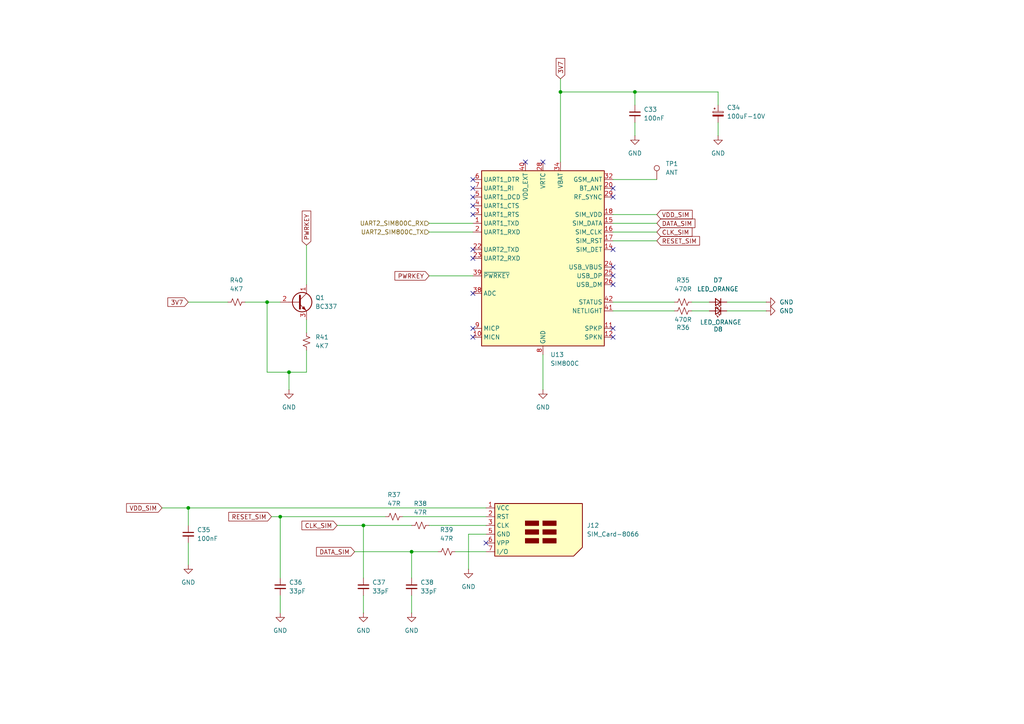
<source format=kicad_sch>
(kicad_sch (version 20250114) (generator "eeschema") (generator_version "9.0")
  (paper "A4")
  (lib_symbols
    (symbol "Connector:SIM_Card"
      (property "Reference" "J" (at -2.54 12.7 0))
      (property "Value" "SIM_Card" (at -1.27 10.16 0))
      (symbol "SIM_Card_0_1"
        (polyline (pts (xy -10.16 8.89) (xy 15.24 8.89) (xy 15.24 -3.81) (xy 12.7 -6.35) (xy -10.16 -6.35) (xy -10.16 8.89)) (stroke (width 0.254)) (fill (type background)))
        (rectangle (start -1.27 2.54) (end 2.54 3.81) (stroke (width 0.254)) (fill (type outline)))
        (rectangle (start -1.27 0) (end 2.54 1.27) (stroke (width 0.254)) (fill (type outline)))
        (rectangle (start -1.27 -2.54) (end 2.54 -1.27) (stroke (width 0.254)) (fill (type outline)))
        (rectangle (start 3.81 2.54) (end 7.62 3.81) (stroke (width 0.254)) (fill (type outline)))
        (rectangle (start 3.81 0) (end 7.62 1.27) (stroke (width 0.254)) (fill (type outline)))
        (rectangle (start 3.81 -1.27) (end 7.62 -2.54) (stroke (width 0.254)) (fill (type outline)))
      )
      (symbol "SIM_Card_1_1"
        (pin power_in line (at -12.7 7.62 0) (length 2.54) (name "VCC") (number "1"))
        (pin input line (at -12.7 5.08 0) (length 2.54) (name "RST") (number "2"))
        (pin input line (at -12.7 2.54 0) (length 2.54) (name "CLK") (number "3"))
        (pin power_in line (at -12.7 0 0) (length 2.54) (name "GND") (number "5"))
        (pin input line (at -12.7 -2.54 0) (length 2.54) (name "VPP") (number "6"))
        (pin bidirectional line (at -12.7 -5.08 0) (length 2.54) (name "I/O") (number "7"))
      )
    )
    (symbol "Connector:TestPoint" (pin_numbers (hide yes)) (pin_names (offset 0.762) (hide yes))
      (property "Reference" "TP" (at 0 6.858 0))
      (property "Value" "TestPoint" (at 0 5.08 0))
      (symbol "TestPoint_0_1"
        (circle (center 0 3.302) (radius 0.762))
      )
      (symbol "TestPoint_1_1"
        (pin passive line (at 0 0 90) (length 2.54) (name "1") (number "1"))
      )
    )
    (symbol "Device:C_Polarized_Small" (pin_numbers (hide yes)) (pin_names (offset 0.254) (hide yes))
      (property "Reference" "C" (at 0.254 1.778 0))
      (property "Value" "C_Polarized_Small" (at 0.254 -2.032 0))
      (symbol "C_Polarized_Small_0_1"
        (rectangle (start -1.524 0.6858) (end 1.524 0.3048))
        (rectangle (start -1.524 -0.3048) (end 1.524 -0.6858) (fill (type outline)))
        (polyline (pts (xy -1.27 1.524) (xy -0.762 1.524)))
        (polyline (pts (xy -1.016 1.27) (xy -1.016 1.778)))
      )
      (symbol "C_Polarized_Small_1_1"
        (pin passive line (at 0 2.54 270) (length 1.8542) (name "~") (number "1"))
        (pin passive line (at 0 -2.54 90) (length 1.8542) (name "~") (number "2"))
      )
    )
    (symbol "Device:C_Small" (pin_numbers (hide yes)) (pin_names (offset 0.254) (hide yes))
      (property "Reference" "C" (at 0.254 1.778 0))
      (property "Value" "C_Small" (at 0.254 -2.032 0))
      (symbol "C_Small_0_1"
        (polyline (pts (xy -1.524 0.508) (xy 1.524 0.508)) (stroke (width 0.3048)))
        (polyline (pts (xy -1.524 -0.508) (xy 1.524 -0.508)) (stroke (width 0.3302)))
      )
      (symbol "C_Small_1_1"
        (pin passive line (at 0 2.54 270) (length 2.032) (name "~") (number "1"))
        (pin passive line (at 0 -2.54 90) (length 2.032) (name "~") (number "2"))
      )
    )
    (symbol "Device:LED_Small" (pin_numbers (hide yes)) (pin_names (offset 0.254) (hide yes))
      (property "Reference" "D" (at -1.27 3.175 0))
      (property "Value" "LED_Small" (at -4.445 -2.54 0))
      (symbol "LED_Small_0_1"
        (polyline (pts (xy -0.762 -1.016) (xy -0.762 1.016)) (stroke (width 0.254)))
        (polyline (pts (xy 0 0.762) (xy -0.508 1.27) (xy -0.254 1.27) (xy -0.508 1.27) (xy -0.508 1.016)))
        (polyline (pts (xy 0.508 1.27) (xy 0 1.778) (xy 0.254 1.778) (xy 0 1.778) (xy 0 1.524)))
        (polyline (pts (xy 0.762 -1.016) (xy -0.762 0) (xy 0.762 1.016) (xy 0.762 -1.016)) (stroke (width 0.254)))
        (polyline (pts (xy 1.016 0) (xy -0.762 0)))
      )
      (symbol "LED_Small_1_1"
        (pin passive line (at -2.54 0 0) (length 1.778) (name "K") (number "1"))
        (pin passive line (at 2.54 0 180) (length 1.778) (name "A") (number "2"))
      )
    )
    (symbol "Device:R_Small_US" (pin_numbers (hide yes)) (pin_names (offset 0.254) (hide yes))
      (property "Reference" "R" (at 0.762 0.508 0))
      (property "Value" "R_Small_US" (at 0.762 -1.016 0))
      (symbol "R_Small_US_1_1"
        (polyline (pts (xy 0 1.524) (xy 1.016 1.143) (xy 0 0.762) (xy -1.016 0.381) (xy 0 0)))
        (polyline (pts (xy 0 0) (xy 1.016 -0.381) (xy 0 -0.762) (xy -1.016 -1.143) (xy 0 -1.524)))
        (pin passive line (at 0 2.54 270) (length 1.016) (name "~") (number "1"))
        (pin passive line (at 0 -2.54 90) (length 1.016) (name "~") (number "2"))
      )
    )
    (symbol "RF_GSM:SIM800C"
      (property "Reference" "U" (at -15.24 26.67 0))
      (property "Value" "SIM800C" (at 12.7 26.67 0))
      (symbol "SIM800C_0_1"
        (rectangle (start -17.78 25.4) (end 17.78 -25.4) (stroke (width 0.254)) (fill (type background)))
      )
      (symbol "SIM800C_1_1"
        (pin input line (at -20.32 22.86 0) (length 2.54) (name "UART1_DTR") (number "6"))
        (pin output line (at -20.32 20.32 0) (length 2.54) (name "UART1_RI") (number "7"))
        (pin output line (at -20.32 17.78 0) (length 2.54) (name "UART1_DCD") (number "5"))
        (pin output line (at -20.32 15.24 0) (length 2.54) (name "UART1_CTS") (number "4"))
        (pin input line (at -20.32 12.7 0) (length 2.54) (name "UART1_RTS") (number "3"))
        (pin output line (at -20.32 10.16 0) (length 2.54) (name "UART1_TXD") (number "1"))
        (pin input line (at -20.32 7.62 0) (length 2.54) (name "UART1_RXD") (number "2"))
        (pin output line (at -20.32 2.54 0) (length 2.54) (name "UART2_TXD") (number "22"))
        (pin input line (at -20.32 0 0) (length 2.54) (name "UART2_RXD") (number "23"))
        (pin input line (at -20.32 -5.08 0) (length 2.54) (name "~{PWRKEY}") (number "39"))
        (pin input line (at -20.32 -10.16 0) (length 2.54) (name "ADC") (number "38"))
        (pin input line (at -20.32 -20.32 0) (length 2.54) (name "MICP") (number "9"))
        (pin input line (at -20.32 -22.86 0) (length 2.54) (name "MICN") (number "10"))
        (pin power_out line (at -5.08 27.94 270) (length 2.54) (name "VDD_EXT") (number "40"))
        (pin power_in line (at 0 27.94 270) (length 2.54) (name "VRTC") (number "28"))
        (pin passive line (at 0 -27.94 90) (length 2.54) (hide yes) (name "GND") (number "13"))
        (pin passive line (at 0 -27.94 90) (length 2.54) (hide yes) (name "GND") (number "19"))
        (pin passive line (at 0 -27.94 90) (length 2.54) (hide yes) (name "GND") (number "21"))
        (pin passive line (at 0 -27.94 90) (length 2.54) (hide yes) (name "GND") (number "27"))
        (pin passive line (at 0 -27.94 90) (length 2.54) (hide yes) (name "GND") (number "30"))
        (pin passive line (at 0 -27.94 90) (length 2.54) (hide yes) (name "GND") (number "31"))
        (pin passive line (at 0 -27.94 90) (length 2.54) (hide yes) (name "GND") (number "33"))
        (pin passive line (at 0 -27.94 90) (length 2.54) (hide yes) (name "GND") (number "36"))
        (pin passive line (at 0 -27.94 90) (length 2.54) (hide yes) (name "GND") (number "37"))
        (pin power_in line (at 0 -27.94 90) (length 2.54) (name "GND") (number "8"))
        (pin power_in line (at 5.08 27.94 270) (length 2.54) (name "VBAT") (number "34"))
        (pin passive line (at 5.08 27.94 270) (length 2.54) (hide yes) (name "VBAT") (number "35"))
        (pin passive line (at 20.32 22.86 180) (length 2.54) (name "GSM_ANT") (number "32"))
        (pin passive line (at 20.32 20.32 180) (length 2.54) (name "BT_ANT") (number "20"))
        (pin output line (at 20.32 17.78 180) (length 2.54) (name "RF_SYNC") (number "29"))
        (pin power_out line (at 20.32 12.7 180) (length 2.54) (name "SIM_VDD") (number "18"))
        (pin bidirectional line (at 20.32 10.16 180) (length 2.54) (name "SIM_DATA") (number "15"))
        (pin output line (at 20.32 7.62 180) (length 2.54) (name "SIM_CLK") (number "16"))
        (pin output line (at 20.32 5.08 180) (length 2.54) (name "SIM_RST") (number "17"))
        (pin input line (at 20.32 2.54 180) (length 2.54) (name "SIM_DET") (number "14"))
        (pin input line (at 20.32 -2.54 180) (length 2.54) (name "USB_VBUS") (number "24"))
        (pin bidirectional line (at 20.32 -5.08 180) (length 2.54) (name "USB_DP") (number "25"))
        (pin bidirectional line (at 20.32 -7.62 180) (length 2.54) (name "USB_DM") (number "26"))
        (pin output line (at 20.32 -12.7 180) (length 2.54) (name "STATUS") (number "42"))
        (pin output line (at 20.32 -15.24 180) (length 2.54) (name "NETLIGHT") (number "41"))
        (pin output line (at 20.32 -20.32 180) (length 2.54) (name "SPKP") (number "11"))
        (pin output line (at 20.32 -22.86 180) (length 2.54) (name "SPKN") (number "12"))
      )
    )
    (symbol "Transistor_BJT:BC337" (pin_names (offset 0) (hide yes))
      (property "Reference" "Q" (at 5.08 1.905 0))
      (property "Value" "BC337" (at 5.08 0 0))
      (symbol "BC337_0_1"
        (polyline (pts (xy -2.54 0) (xy 0.635 0)))
        (polyline (pts (xy 0.635 1.905) (xy 0.635 -1.905)) (stroke (width 0.508)))
        (circle (center 1.27 0) (radius 2.8194) (stroke (width 0.254)))
      )
      (symbol "BC337_1_1"
        (polyline (pts (xy 0.635 0.635) (xy 2.54 2.54)))
        (polyline (pts (xy 0.635 -0.635) (xy 2.54 -2.54)))
        (polyline (pts (xy 1.27 -1.778) (xy 1.778 -1.27) (xy 2.286 -2.286) (xy 1.27 -1.778)) (fill (type outline)))
        (pin input line (at -5.08 0 0) (length 2.54) (name "B") (number "2"))
        (pin passive line (at 2.54 5.08 270) (length 2.54) (name "C") (number "1"))
        (pin passive line (at 2.54 -5.08 90) (length 2.54) (name "E") (number "3"))
      )
    )
    (symbol "power:GND" (power) (pin_numbers (hide yes)) (pin_names (offset 0) (hide yes))
      (property "Value" "GND" (at 0 -3.81 0))
      (symbol "GND_0_1"
        (polyline (pts (xy 0 0) (xy 0 -1.27) (xy 1.27 -1.27) (xy 0 -2.54) (xy -1.27 -1.27) (xy 0 -1.27)))
      )
      (symbol "GND_1_1"
        (pin power_in line (at 0 0 270) (length 0) (name "~") (number "1"))
      )
    )
  )
  (junction (at 54.61 147.32))
  (junction (at 105.41 152.4))
  (junction (at 162.56 26.67))
  (junction (at 184.15 26.67))
  (junction (at 119.38 160.02))
  (junction (at 77.47 87.63))
  (junction (at 81.28 149.86))
  (junction (at 83.82 107.95))
  (no_connect (at 177.8 54.61))
  (no_connect (at 140.97 157.48))
  (no_connect (at 137.16 57.15))
  (no_connect (at 137.16 74.93))
  (no_connect (at 177.8 97.79))
  (no_connect (at 177.8 77.47))
  (no_connect (at 152.4 46.99))
  (no_connect (at 177.8 82.55))
  (no_connect (at 157.48 46.99))
  (no_connect (at 137.16 52.07))
  (no_connect (at 177.8 72.39))
  (no_connect (at 137.16 72.39))
  (no_connect (at 137.16 59.69))
  (no_connect (at 137.16 95.25))
  (no_connect (at 177.8 57.15))
  (no_connect (at 177.8 95.25))
  (no_connect (at 137.16 62.23))
  (no_connect (at 137.16 85.09))
  (no_connect (at 137.16 54.61))
  (no_connect (at 177.8 80.01))
  (no_connect (at 137.16 97.79))
  (wire (pts (xy 135.89 154.94) (xy 135.89 165.1)))
  (wire (pts (xy 78.74 149.86) (xy 81.28 149.86)))
  (wire (pts (xy 162.56 22.86) (xy 162.56 26.67)))
  (wire (pts (xy 105.41 152.4) (xy 105.41 167.64)))
  (wire (pts (xy 210.82 87.63) (xy 222.25 87.63)))
  (wire (pts (xy 119.38 160.02) (xy 127 160.02)))
  (wire (pts (xy 184.15 26.67) (xy 208.28 26.67)))
  (wire (pts (xy 102.87 160.02) (xy 119.38 160.02)))
  (wire (pts (xy 81.28 172.72) (xy 81.28 177.8)))
  (wire (pts (xy 162.56 26.67) (xy 162.56 46.99)))
  (wire (pts (xy 200.66 87.63) (xy 205.74 87.63)))
  (wire (pts (xy 177.8 52.07) (xy 190.5 52.07)))
  (wire (pts (xy 210.82 90.17) (xy 222.25 90.17)))
  (wire (pts (xy 140.97 154.94) (xy 135.89 154.94)))
  (wire (pts (xy 177.8 69.85) (xy 190.5 69.85)))
  (wire (pts (xy 88.9 71.12) (xy 88.9 82.55)))
  (wire (pts (xy 162.56 26.67) (xy 184.15 26.67)))
  (wire (pts (xy 124.46 80.01) (xy 137.16 80.01)))
  (wire (pts (xy 77.47 87.63) (xy 77.47 107.95)))
  (wire (pts (xy 124.46 67.31) (xy 137.16 67.31)))
  (wire (pts (xy 119.38 172.72) (xy 119.38 177.8)))
  (wire (pts (xy 105.41 152.4) (xy 119.38 152.4)))
  (wire (pts (xy 157.48 102.87) (xy 157.48 113.03)))
  (wire (pts (xy 77.47 87.63) (xy 81.28 87.63)))
  (wire (pts (xy 97.79 152.4) (xy 105.41 152.4)))
  (wire (pts (xy 177.8 62.23) (xy 190.5 62.23)))
  (wire (pts (xy 54.61 147.32) (xy 140.97 147.32)))
  (wire (pts (xy 184.15 30.48) (xy 184.15 26.67)))
  (wire (pts (xy 54.61 157.48) (xy 54.61 163.83)))
  (wire (pts (xy 177.8 67.31) (xy 190.5 67.31)))
  (wire (pts (xy 200.66 90.17) (xy 205.74 90.17)))
  (wire (pts (xy 88.9 101.6) (xy 88.9 107.95)))
  (wire (pts (xy 208.28 26.67) (xy 208.28 30.48)))
  (wire (pts (xy 81.28 149.86) (xy 81.28 167.64)))
  (wire (pts (xy 54.61 87.63) (xy 66.04 87.63)))
  (wire (pts (xy 54.61 147.32) (xy 54.61 152.4)))
  (wire (pts (xy 177.8 90.17) (xy 195.58 90.17)))
  (wire (pts (xy 116.84 149.86) (xy 140.97 149.86)))
  (wire (pts (xy 132.08 160.02) (xy 140.97 160.02)))
  (wire (pts (xy 177.8 87.63) (xy 195.58 87.63)))
  (wire (pts (xy 177.8 64.77) (xy 190.5 64.77)))
  (wire (pts (xy 88.9 92.71) (xy 88.9 96.52)))
  (wire (pts (xy 71.12 87.63) (xy 77.47 87.63)))
  (wire (pts (xy 124.46 64.77) (xy 137.16 64.77)))
  (wire (pts (xy 83.82 107.95) (xy 83.82 113.03)))
  (wire (pts (xy 88.9 107.95) (xy 83.82 107.95)))
  (wire (pts (xy 46.99 147.32) (xy 54.61 147.32)))
  (wire (pts (xy 119.38 160.02) (xy 119.38 167.64)))
  (wire (pts (xy 124.46 152.4) (xy 140.97 152.4)))
  (wire (pts (xy 83.82 107.95) (xy 77.47 107.95)))
  (wire (pts (xy 105.41 172.72) (xy 105.41 177.8)))
  (wire (pts (xy 208.28 35.56) (xy 208.28 39.37)))
  (wire (pts (xy 81.28 149.86) (xy 111.76 149.86)))
  (wire (pts (xy 184.15 35.56) (xy 184.15 39.37)))
  (global_label "VDD_SIM" (shape input) (at 190.5 62.23 0) (property "Intersheetrefs" "${INTERSHEET_REFS}" (effects (hide yes))))
  (global_label "DATA_SIM" (shape input) (at 190.5 64.77 0) (property "Intersheetrefs" "${INTERSHEET_REFS}" (effects (hide yes))))
  (global_label "PWRKEY" (shape input) (at 88.9 71.12 90) (property "Intersheetrefs" "${INTERSHEET_REFS}" (effects (hide yes))))
  (global_label "RESET_SIM" (shape input) (at 190.5 69.85 0) (property "Intersheetrefs" "${INTERSHEET_REFS}" (effects (hide yes))))
  (global_label "DATA_SIM" (shape input) (at 102.87 160.02 180) (property "Intersheetrefs" "${INTERSHEET_REFS}" (effects (hide yes))))
  (global_label "PWRKEY" (shape input) (at 124.46 80.01 180) (property "Intersheetrefs" "${INTERSHEET_REFS}" (effects (hide yes))))
  (global_label "CLK_SIM" (shape input) (at 97.79 152.4 180) (property "Intersheetrefs" "${INTERSHEET_REFS}" (effects (hide yes))))
  (global_label "3V7" (shape input) (at 162.56 22.86 90) (property "Intersheetrefs" "${INTERSHEET_REFS}" (effects (hide yes))))
  (global_label "3V7" (shape input) (at 54.61 87.63 180) (property "Intersheetrefs" "${INTERSHEET_REFS}" (effects (hide yes))))
  (global_label "RESET_SIM" (shape input) (at 78.74 149.86 180) (property "Intersheetrefs" "${INTERSHEET_REFS}" (effects (hide yes))))
  (global_label "VDD_SIM" (shape input) (at 46.99 147.32 180) (property "Intersheetrefs" "${INTERSHEET_REFS}" (effects (hide yes))))
  (global_label "CLK_SIM" (shape input) (at 190.5 67.31 0) (property "Intersheetrefs" "${INTERSHEET_REFS}" (effects (hide yes))))
  (hierarchical_label "UART2_SIM800C_TX" (shape input) (at 124.46 67.31 180))
  (hierarchical_label "UART2_SIM800C_RX" (shape input) (at 124.46 64.77 180))
  (symbol (lib_id "power:GND") (at 83.82 113.03 0) (unit 1)
    (property "Reference" "#PWR056" (effects (hide yes)))
    (property "Value" "GND" (at 83.82 118.11 0))
    (property "Description" "Power symbol creates a global label with name \"GND\" , ground" (effects (hide yes)))
  )
  (symbol (lib_id "Device:C_Small") (at 119.38 170.18 0) (unit 1)
    (property "Reference" "C38" (at 121.92 168.9162 0) (effects (justify left)))
    (property "Value" "33pF" (at 121.92 171.4562 0) (effects (justify left)))
    (property "Footprint" "Capacitor_SMD:C_0805_2012Metric_Pad1.18x1.45mm_HandSolder" (effects (hide yes)))
    (property "Description" "Unpolarized capacitor, small symbol" (effects (hide yes)))
  )
  (symbol (lib_id "power:GND") (at 105.41 177.8 0) (unit 1)
    (property "Reference" "#PWR054" (effects (hide yes)))
    (property "Value" "GND" (at 105.41 182.88 0))
    (property "Description" "Power symbol creates a global label with name \"GND\" , ground" (effects (hide yes)))
  )
  (symbol (lib_id "Device:R_Small_US") (at 88.9 99.06 180) (unit 1)
    (property "Reference" "R41" (at 91.44 97.7899 0) (effects (justify right)))
    (property "Value" "4K7" (at 91.44 100.3299 0) (effects (justify right)))
    (property "Footprint" "Resistor_SMD:R_0805_2012Metric_Pad1.20x1.40mm_HandSolder" (effects (hide yes)))
    (property "Description" "Resistor, small US symbol" (effects (hide yes)))
  )
  (symbol (lib_id "Device:C_Small") (at 105.41 170.18 0) (unit 1)
    (property "Reference" "C37" (at 107.95 168.9162 0) (effects (justify left)))
    (property "Value" "33pF" (at 107.95 171.4562 0) (effects (justify left)))
    (property "Footprint" "Capacitor_SMD:C_0805_2012Metric_Pad1.18x1.45mm_HandSolder" (effects (hide yes)))
    (property "Description" "Unpolarized capacitor, small symbol" (effects (hide yes)))
  )
  (symbol (lib_id "Device:LED_Small") (at 208.28 90.17 180) (unit 1)
    (property "Reference" "D8" (at 208.28 95.504 0))
    (property "Value" "LED_ORANGE" (at 209.042 93.472 0))
    (property "Footprint" "LED_SMD:LED_0805_2012Metric_Pad1.15x1.40mm_HandSolder" (effects (hide yes)))
    (property "Description" "Light emitting diode, small symbol" (effects (hide yes)))
    (property "Sim.Pin" "1=K 2=A" (effects (hide yes)))
  )
  (symbol (lib_id "power:GND") (at 208.28 39.37 0) (unit 1)
    (property "Reference" "#PWR050" (effects (hide yes)))
    (property "Value" "GND" (at 208.28 44.45 0))
    (property "Description" "Power symbol creates a global label with name \"GND\" , ground" (effects (hide yes)))
  )
  (symbol (lib_id "Device:LED_Small") (at 208.28 87.63 180) (unit 1)
    (property "Reference" "D7" (at 208.2165 81.28 0))
    (property "Value" "LED_ORANGE" (at 208.2165 83.82 0))
    (property "Footprint" "LED_SMD:LED_0805_2012Metric_Pad1.15x1.40mm_HandSolder" (effects (hide yes)))
    (property "Description" "Light emitting diode, small symbol" (effects (hide yes)))
    (property "Sim.Pin" "1=K 2=A" (effects (hide yes)))
  )
  (symbol (lib_id "Transistor_BJT:BC337") (at 86.36 87.63 0) (unit 1)
    (property "Reference" "Q1" (at 91.44 86.3599 0) (effects (justify left)))
    (property "Value" "BC337" (at 91.44 88.8999 0) (effects (justify left)))
    (property "Footprint" "Package_TO_SOT_SMD:TSOT-23" (effects (hide yes)))
    (property "Datasheet" "https://diotec.com/tl_files/diotec/files/pdf/datasheets/bc337.pdf" (effects (hide yes)))
    (property "Description" "0.8A Ic, 45V Vce, NPN Transistor, TO-92" (effects (hide yes)))
  )
  (symbol (lib_id "Device:R_Small_US") (at 68.58 87.63 90) (unit 1)
    (property "Reference" "R40" (at 68.58 81.28 90))
    (property "Value" "4K7" (at 68.58 83.82 90))
    (property "Footprint" "Resistor_SMD:R_0805_2012Metric_Pad1.20x1.40mm_HandSolder" (effects (hide yes)))
    (property "Description" "Resistor, small US symbol" (effects (hide yes)))
  )
  (symbol (lib_id "Device:C_Small") (at 184.15 33.02 0) (unit 1)
    (property "Reference" "C33" (at 186.69 31.7562 0) (effects (justify left)))
    (property "Value" "100nF" (at 186.69 34.2962 0) (effects (justify left)))
    (property "Footprint" "Capacitor_SMD:C_0805_2012Metric_Pad1.18x1.45mm_HandSolder" (effects (hide yes)))
    (property "Description" "Unpolarized capacitor, small symbol" (effects (hide yes)))
  )
  (symbol (lib_id "power:GND") (at 119.38 177.8 0) (unit 1)
    (property "Reference" "#PWR055" (effects (hide yes)))
    (property "Value" "GND" (at 119.38 182.88 0))
    (property "Description" "Power symbol creates a global label with name \"GND\" , ground" (effects (hide yes)))
  )
  (symbol (lib_id "Connector:SIM_Card") (at 153.67 154.94 0) (unit 1)
    (property "Reference" "J12" (at 170.18 152.3999 0) (effects (justify left)))
    (property "Value" "SIM_Card-8066" (at 170.18 154.9399 0) (effects (justify left)))
    (property "Footprint" "My_Library:GCT_SIM8066-6-1-14-01-A_REVA" (effects (hide yes)))
    (property "Description" "SIM Card" (effects (hide yes)))
  )
  (symbol (lib_id "power:GND") (at 157.48 113.03 0) (unit 1)
    (property "Reference" "#PWR048" (effects (hide yes)))
    (property "Value" "GND" (at 157.48 118.11 0))
    (property "Description" "Power symbol creates a global label with name \"GND\" , ground" (effects (hide yes)))
  )
  (symbol (lib_id "Device:C_Small") (at 81.28 170.18 0) (unit 1)
    (property "Reference" "C36" (at 83.82 168.9162 0) (effects (justify left)))
    (property "Value" "33pF" (at 83.82 171.4562 0) (effects (justify left)))
    (property "Footprint" "Capacitor_SMD:C_0805_2012Metric_Pad1.18x1.45mm_HandSolder" (effects (hide yes)))
    (property "Description" "Unpolarized capacitor, small symbol" (effects (hide yes)))
  )
  (symbol (lib_id "Device:R_Small_US") (at 114.3 149.86 90) (unit 1)
    (property "Reference" "R37" (at 114.3 143.51 90))
    (property "Value" "47R" (at 114.3 146.05 90))
    (property "Footprint" "Resistor_SMD:R_0805_2012Metric_Pad1.20x1.40mm_HandSolder" (effects (hide yes)))
    (property "Description" "Resistor, small US symbol" (effects (hide yes)))
  )
  (symbol (lib_id "Device:C_Polarized_Small") (at 208.28 33.02 0) (unit 1)
    (property "Reference" "C34" (at 210.82 31.2038 0) (effects (justify left)))
    (property "Value" "100uF-10V" (at 210.82 33.7438 0) (effects (justify left)))
    (property "Footprint" "Capacitor_Tantalum_SMD:CP_EIA-7343-31_Kemet-D_HandSolder" (effects (hide yes)))
    (property "Description" "Polarized capacitor, small symbol" (effects (hide yes)))
  )
  (symbol (lib_id "Device:C_Small") (at 54.61 154.94 0) (unit 1)
    (property "Reference" "C35" (at 57.15 153.6762 0) (effects (justify left)))
    (property "Value" "100nF" (at 57.15 156.2162 0) (effects (justify left)))
    (property "Footprint" "Capacitor_SMD:C_0805_2012Metric_Pad1.18x1.45mm_HandSolder" (effects (hide yes)))
    (property "Description" "Unpolarized capacitor, small symbol" (effects (hide yes)))
  )
  (symbol (lib_id "Device:R_Small_US") (at 121.92 152.4 90) (unit 1)
    (property "Reference" "R38" (at 121.92 146.05 90))
    (property "Value" "47R" (at 121.92 148.59 90))
    (property "Footprint" "Resistor_SMD:R_0805_2012Metric_Pad1.20x1.40mm_HandSolder" (effects (hide yes)))
    (property "Description" "Resistor, small US symbol" (effects (hide yes)))
  )
  (symbol (lib_id "Device:R_Small_US") (at 198.12 87.63 90) (unit 1)
    (property "Reference" "R35" (at 198.12 81.28 90))
    (property "Value" "470R" (at 198.12 83.82 90))
    (property "Footprint" "Resistor_SMD:R_0805_2012Metric_Pad1.20x1.40mm_HandSolder" (effects (hide yes)))
    (property "Description" "Resistor, small US symbol" (effects (hide yes)))
  )
  (symbol (lib_id "power:GND") (at 184.15 39.37 0) (unit 1)
    (property "Reference" "#PWR049" (effects (hide yes)))
    (property "Value" "GND" (at 184.15 44.45 0))
    (property "Description" "Power symbol creates a global label with name \"GND\" , ground" (effects (hide yes)))
  )
  (symbol (lib_id "power:GND") (at 81.28 177.8 0) (unit 1)
    (property "Reference" "#PWR053" (effects (hide yes)))
    (property "Value" "GND" (at 81.28 182.88 0))
    (property "Description" "Power symbol creates a global label with name \"GND\" , ground" (effects (hide yes)))
  )
  (symbol (lib_id "Connector:TestPoint") (at 190.5 52.07 0) (unit 1)
    (property "Reference" "TP1" (at 193.04 47.4979 0) (effects (justify left)))
    (property "Value" "ANT" (at 193.04 50.0379 0) (effects (justify left)))
    (property "Footprint" "Connector_Pin:Pin_D1.0mm_L10.0mm_LooseFit" (effects (hide yes)))
    (property "Description" "test point" (effects (hide yes)))
  )
  (symbol (lib_id "Device:R_Small_US") (at 198.12 90.17 90) (unit 1)
    (property "Reference" "R36" (at 198.12 94.996 90))
    (property "Value" "470R" (at 198.12 92.71 90))
    (property "Footprint" "Resistor_SMD:R_0805_2012Metric_Pad1.20x1.40mm_HandSolder" (effects (hide yes)))
    (property "Description" "Resistor, small US symbol" (effects (hide yes)))
  )
  (symbol (lib_id "power:GND") (at 222.25 87.63 90) (unit 1)
    (property "Reference" "#PWR046" (effects (hide yes)))
    (property "Value" "GND" (at 226.06 87.6299 90) (effects (justify right)))
    (property "Description" "Power symbol creates a global label with name \"GND\" , ground" (effects (hide yes)))
  )
  (symbol (lib_id "RF_GSM:SIM800C") (at 157.48 74.93 0) (unit 1)
    (property "Reference" "U13" (at 159.6233 102.87 0) (effects (justify left)))
    (property "Value" "SIM800C" (at 159.6233 105.41 0) (effects (justify left)))
    (property "Footprint" "RF_GSM:SIMCom_SIM800C" (effects (hide yes)))
    (property "Datasheet" "http://simcom.ee/documents/SIM800C/SIM800C_Hardware_Design_V1.05.pdf" (effects (hide yes)))
    (property "Description" "GSM Quad-Band Communication Module, GPRS, Audio Engine, AT Command Set, Bluetooth is Optional" (effects (hide yes)))
  )
  (symbol (lib_id "power:GND") (at 54.61 163.83 0) (unit 1)
    (property "Reference" "#PWR052" (effects (hide yes)))
    (property "Value" "GND" (at 54.61 168.91 0))
    (property "Description" "Power symbol creates a global label with name \"GND\" , ground" (effects (hide yes)))
  )
  (symbol (lib_id "power:GND") (at 222.25 90.17 90) (unit 1)
    (property "Reference" "#PWR047" (effects (hide yes)))
    (property "Value" "GND" (at 226.06 90.1699 90) (effects (justify right)))
    (property "Description" "Power symbol creates a global label with name \"GND\" , ground" (effects (hide yes)))
  )
  (symbol (lib_id "Device:R_Small_US") (at 129.54 160.02 90) (unit 1)
    (property "Reference" "R39" (at 129.54 153.67 90))
    (property "Value" "47R" (at 129.54 156.21 90))
    (property "Footprint" "Resistor_SMD:R_0805_2012Metric_Pad1.20x1.40mm_HandSolder" (effects (hide yes)))
    (property "Description" "Resistor, small US symbol" (effects (hide yes)))
  )
  (symbol (lib_id "power:GND") (at 135.89 165.1 0) (unit 1)
    (property "Reference" "#PWR051" (effects (hide yes)))
    (property "Value" "GND" (at 135.89 170.18 0))
    (property "Description" "Power symbol creates a global label with name \"GND\" , ground" (effects (hide yes)))
  )
)
</source>
